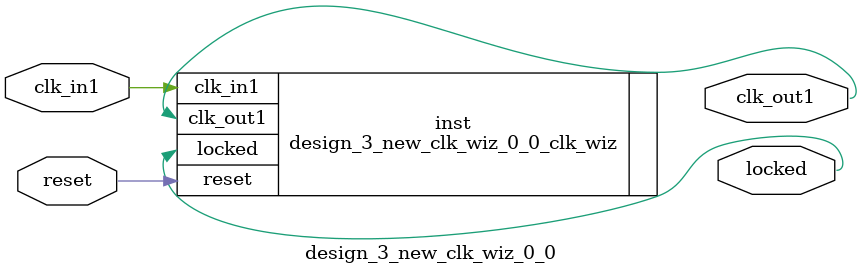
<source format=v>


`timescale 1ps/1ps

(* CORE_GENERATION_INFO = "design_3_new_clk_wiz_0_0,clk_wiz_v5_4_3_0,{component_name=design_3_new_clk_wiz_0_0,use_phase_alignment=true,use_min_o_jitter=false,use_max_i_jitter=false,use_dyn_phase_shift=false,use_inclk_switchover=false,use_dyn_reconfig=false,enable_axi=0,feedback_source=FDBK_AUTO,PRIMITIVE=MMCM,num_out_clk=1,clkin1_period=10.000,clkin2_period=10.000,use_power_down=false,use_reset=true,use_locked=true,use_inclk_stopped=false,feedback_type=SINGLE,CLOCK_MGR_TYPE=NA,manual_override=false}" *)

module design_3_new_clk_wiz_0_0 
 (
  // Clock out ports
  output        clk_out1,
  // Status and control signals
  input         reset,
  output        locked,
 // Clock in ports
  input         clk_in1
 );

  design_3_new_clk_wiz_0_0_clk_wiz inst
  (
  // Clock out ports  
  .clk_out1(clk_out1),
  // Status and control signals               
  .reset(reset), 
  .locked(locked),
 // Clock in ports
  .clk_in1(clk_in1)
  );

endmodule

</source>
